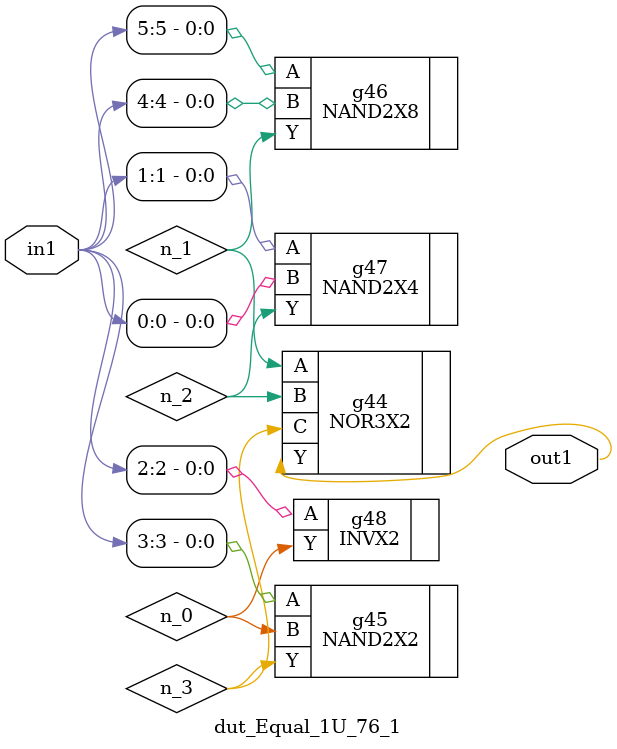
<source format=v>
`timescale 1ps / 1ps


module dut_Equal_1U_76_1(in1, out1);
  input [5:0] in1;
  output out1;
  wire [5:0] in1;
  wire out1;
  wire n_0, n_1, n_2, n_3;
  NOR3X2 g44(.A (n_1), .B (n_2), .C (n_3), .Y (out1));
  NAND2X2 g45(.A (in1[3]), .B (n_0), .Y (n_3));
  NAND2X4 g47(.A (in1[1]), .B (in1[0]), .Y (n_2));
  NAND2X8 g46(.A (in1[5]), .B (in1[4]), .Y (n_1));
  INVX2 g48(.A (in1[2]), .Y (n_0));
endmodule



</source>
